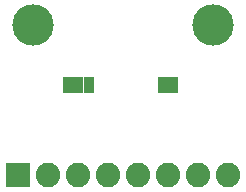
<source format=gbr>
G04 EAGLE Gerber RS-274X export*
G75*
%MOMM*%
%FSLAX34Y34*%
%LPD*%
%INSoldermask Bottom*%
%IPPOS*%
%AMOC8*
5,1,8,0,0,1.08239X$1,22.5*%
G01*
%ADD10R,0.838200X1.473200*%
%ADD11R,2.082800X2.082800*%
%ADD12C,2.082800*%
%ADD13C,3.505200*%


D10*
X72390Y88900D03*
X63500Y88900D03*
X54610Y88900D03*
X144200Y88900D03*
X135200Y88900D03*
D11*
X12700Y12700D03*
D12*
X38100Y12700D03*
X63500Y12700D03*
X88900Y12700D03*
X114300Y12700D03*
X139700Y12700D03*
X165100Y12700D03*
X190500Y12700D03*
D13*
X25400Y139700D03*
X177800Y139700D03*
M02*

</source>
